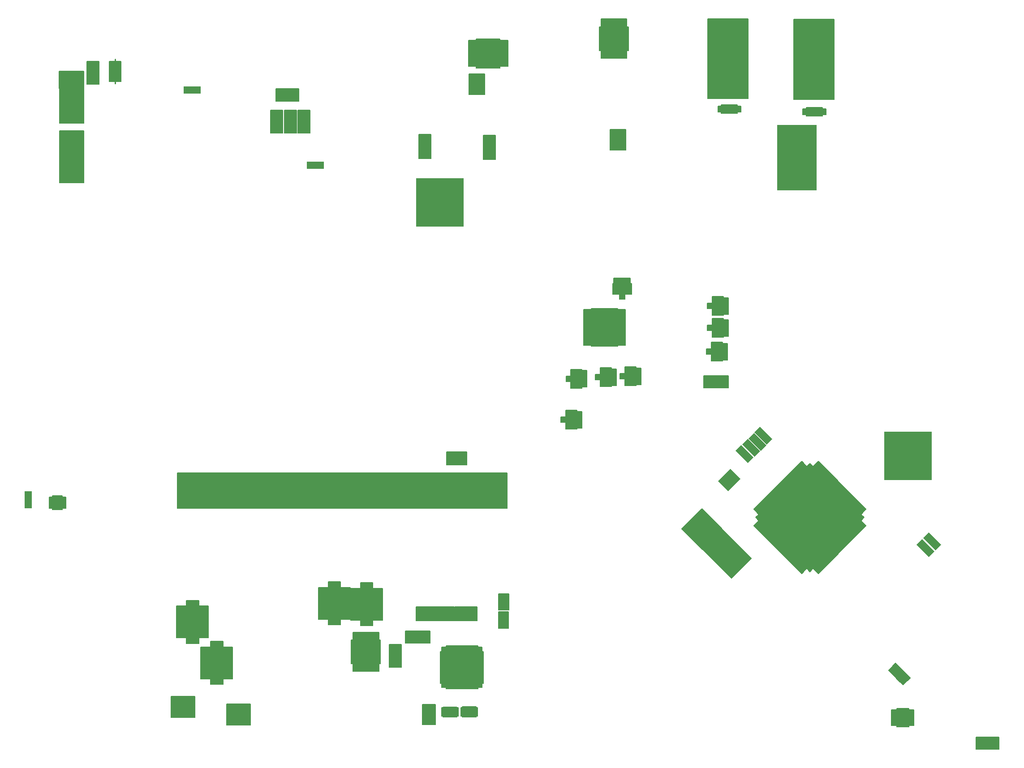
<source format=gbr>
%FSTAX23Y23*%
%MOIN*%
%SFA1B1*%

%IPPOS*%
%AMD316*
4,1,4,-0.065800,0.025500,0.025500,-0.065800,0.065800,-0.025500,-0.025500,0.065800,-0.065800,0.025500,0.0*
%
%AMD317*
4,1,4,0.025500,0.065800,-0.065800,-0.025500,-0.025500,-0.065800,0.065800,0.025500,0.025500,0.065800,0.0*
%
%ADD196C,0.006000*%
%ADD315R,0.057000X0.129000*%
G04~CAMADD=316~9~0.0~0.0~1290.0~570.0~0.0~0.0~0~0.0~0.0~0.0~0.0~0~0.0~0.0~0.0~0.0~0~0.0~0.0~0.0~135.0~1316.0~1315.0*
%ADD316D316*%
G04~CAMADD=317~9~0.0~0.0~1290.0~570.0~0.0~0.0~0~0.0~0.0~0.0~0.0~0~0.0~0.0~0.0~0.0~0~0.0~0.0~0.0~45.0~1316.0~1315.0*
%ADD317D317*%
%ADD318R,0.129000X0.057000*%
%ADD319R,0.295000X0.485000*%
%ADD320R,0.357000X0.361000*%
%LNsyncbox_mechanical_15-1*%
%LPD*%
G36*
X05226Y05813D02*
X05238D01*
Y05636*
X05226*
Y05579*
X05034*
Y05636*
X05021*
Y05813*
X05034*
Y05871*
X05226*
Y05813*
G37*
G36*
X04283Y0571D02*
X04341D01*
Y05519*
X04283*
Y05506*
X04106*
Y05519*
X04049*
Y0571*
X04106*
Y05723*
X04283*
Y0571*
G37*
G36*
X01422Y05555D02*
X01462D01*
Y05405*
X01422*
Y05387*
X01418*
Y05405*
X01377*
Y05555*
X01418*
Y05573*
X01422*
Y05555*
G37*
G36*
X013Y05385D02*
X01209D01*
Y05555*
X013*
Y05385*
G37*
G36*
X01185Y05356D02*
X01003D01*
Y05483*
X01185*
Y05356*
G37*
G36*
X0417Y05308D02*
X04053D01*
Y0546*
X0417*
Y05308*
G37*
G36*
X06129Y05278D02*
X0583D01*
Y05873*
X06129*
Y05278*
G37*
G36*
X06769Y05273D02*
X0647D01*
Y05868*
X06769*
Y05273*
G37*
G36*
X02787Y05259D02*
X02617D01*
Y0535*
X02787*
Y05259*
G37*
G36*
X01186Y05226D02*
X01004D01*
Y05353*
X01186*
Y05226*
G37*
G36*
X0605Y05221D02*
X06075D01*
Y05178*
X0605*
Y05169*
X05929*
Y05178*
X05904*
Y05221*
X05929*
Y0523*
X0605*
Y05221*
G37*
G36*
X06683Y05201D02*
X06708D01*
Y05158*
X06683*
Y05149*
X06562*
Y05158*
X06537*
Y05201*
X06562*
Y0521*
X06683*
Y05201*
G37*
G36*
X01187Y05096D02*
X01005D01*
Y05223*
X01187*
Y05096*
G37*
G36*
X0287Y0502D02*
X02779D01*
Y0519*
X0287*
Y0502*
G37*
G36*
X0277D02*
X02679D01*
Y0519*
X0277*
Y0502*
G37*
G36*
X02665D02*
X02574D01*
Y0519*
X02665*
Y0502*
G37*
G36*
X01186Y04911D02*
X01004D01*
Y05038*
X01186*
Y04911*
G37*
G36*
X05219Y04896D02*
X05102D01*
Y05048*
X05219*
Y04896*
G37*
G36*
X0377Y0483D02*
X0368D01*
Y05012*
X0377*
Y0483*
G37*
G36*
X0425Y04824D02*
X0416D01*
Y05006*
X0425*
Y04824*
G37*
G36*
X01186Y04781D02*
X01004D01*
Y04908*
X01186*
Y04781*
G37*
G36*
Y04651D02*
X01004D01*
Y04778*
X01186*
Y04651*
G37*
G36*
X05252Y03903D02*
X05261D01*
Y0382*
X05211*
Y03784*
X05171*
Y0382*
X05121*
Y03903*
X0513*
Y0394*
X05252*
Y03903*
G37*
G36*
X05946Y03796D02*
X05983D01*
Y03673*
X05946*
Y03665*
X05863*
Y03715*
X05827*
Y03755*
X05863*
Y03805*
X05946*
Y03796*
G37*
G36*
Y03631D02*
X05983D01*
Y03508*
X05946*
Y035*
X05863*
Y0355*
X05827*
Y0359*
X05863*
Y0364*
X05946*
Y03631*
G37*
G36*
X05158Y03707D02*
X05214D01*
Y03442*
X05158*
Y03435*
X04961*
Y03442*
X04906*
Y03707*
X04961*
Y03715*
X05158*
Y03707*
G37*
G36*
X05939Y03456D02*
X05976D01*
Y03333*
X05939*
Y03325*
X05856*
Y03375*
X0582*
Y03415*
X05856*
Y03465*
X05939*
Y03456*
G37*
G36*
X05296Y03271D02*
X05333D01*
Y03148*
X05296*
Y0314*
X05213*
Y0319*
X05177*
Y0323*
X05213*
Y0328*
X05296*
Y03271*
G37*
G36*
X05111Y03266D02*
X05148D01*
Y03143*
X05111*
Y03135*
X05028*
Y03185*
X04992*
Y03225*
X05028*
Y03275*
X05111*
Y03266*
G37*
G36*
X05981Y03124D02*
X05799D01*
Y03215*
X05981*
Y03124*
G37*
G36*
X04893Y03255D02*
X0493D01*
Y03132*
X04893*
Y03123*
X0481*
Y03173*
X04774*
Y03213*
X0481*
Y03263*
X04893*
Y03255*
G37*
G36*
X04856Y02948D02*
X04893D01*
Y02825*
X04856*
Y02817*
X04773*
Y02867*
X04737*
Y02907*
X04773*
Y02957*
X04856*
Y02948*
G37*
G36*
X04034Y0255D02*
X03885D01*
Y02649*
X04034*
Y0255*
G37*
G36*
X07007Y02221D02*
X06969Y02183D01*
X06993Y0216*
X06969Y02136*
X07007Y02098*
X06651Y01742*
X06613Y0178*
X0659Y01756*
X06566Y0178*
X06528Y01742*
X06172Y02098*
X0621Y02136*
X06186Y0216*
X0621Y02183*
X06172Y02221*
X06528Y02577*
X06566Y02539*
X0659Y02563*
X06613Y02539*
X06651Y02577*
X07007Y02221*
G37*
G36*
X04336Y02227D02*
X01883D01*
Y02491*
X04336*
Y02227*
G37*
G36*
X01027Y0231D02*
X01052D01*
Y02229*
X01027*
Y02217*
X00952*
Y02229*
X00928*
Y0231*
X00952*
Y02322*
X01027*
Y0231*
G37*
G36*
X06152Y01856D02*
X06004Y01707D01*
X05636Y02075*
X05785Y02224*
X06152Y01856*
G37*
G36*
X04348Y0147D02*
X04273D01*
Y01591*
X04348*
Y0147*
G37*
G36*
X03772Y01391D02*
X03717D01*
Y01494*
X03772*
Y01391*
G37*
G36*
X04112D02*
X04057D01*
Y01494*
X04112*
Y01391*
G37*
G36*
X04055D02*
X04D01*
Y01494*
X04055*
Y01391*
G37*
G36*
X03999D02*
X03944D01*
Y01494*
X03999*
Y01391*
G37*
G36*
X03942D02*
X03887D01*
Y01494*
X03942*
Y01391*
G37*
G36*
X03885D02*
X0383D01*
Y01494*
X03885*
Y01391*
G37*
G36*
X03828D02*
X03773D01*
Y01494*
X03828*
Y01391*
G37*
G36*
X03715D02*
X0366D01*
Y01494*
X03715*
Y01391*
G37*
G36*
X03096Y01638D02*
X03168D01*
Y01401*
X03096*
Y0136*
X03004*
Y01401*
X02931*
Y01638*
X03004*
Y0168*
X03096*
Y01638*
G37*
G36*
X03336Y01633D02*
X03408D01*
Y01396*
X03336*
Y01355*
X03244*
Y01396*
X03171*
Y01633*
X03244*
Y01675*
X03336*
Y01633*
G37*
G36*
X04347Y01336D02*
X04272D01*
Y01457*
X04347*
Y01336*
G37*
G36*
X03761Y01224D02*
X03579D01*
Y01315*
X03761*
Y01224*
G37*
G36*
X02041Y01501D02*
X02113D01*
Y01264*
X02041*
Y01222*
X01949*
Y01264*
X01876*
Y01501*
X01949*
Y01542*
X02041*
Y01501*
G37*
G36*
X0355Y01045D02*
X03459D01*
Y01215*
X0355*
Y01045*
G37*
G36*
X03381Y01248D02*
X03393D01*
Y01071*
X03381*
Y01014*
X03189*
Y01071*
X03176*
Y01248*
X03189*
Y01306*
X03381*
Y01248*
G37*
G36*
X02221Y01196D02*
X02293D01*
Y00959*
X02221*
Y00917*
X02129*
Y00959*
X02056*
Y01196*
X02129*
Y01237*
X02221*
Y01196*
G37*
G36*
X07248Y01053D02*
X07249Y01053D01*
X07313Y00989*
X07313Y00988*
X07335Y00966*
X07283Y00914*
X07261Y00936*
X0726Y00936*
X07196Y01*
X07196Y01001*
X07174Y01023*
X07226Y01075*
X07248Y01053*
G37*
G36*
X04118Y01195D02*
X0415D01*
Y01163*
X0416*
Y00926*
X0415*
Y00895*
X04118*
Y00885*
X03881*
Y00895*
X0385*
Y00926*
X0384*
Y01163*
X0385*
Y01195*
X03881*
Y01205*
X04118*
Y01195*
G37*
G36*
X04105Y00745D02*
X04115D01*
Y00682*
X04105*
Y00676*
X04003*
Y00682*
X03993*
Y00745*
X04003*
Y0075*
X04105*
Y00745*
G37*
G36*
X03961Y00744D02*
X03971D01*
Y00681*
X03961*
Y00676*
X03858*
Y00681*
X03848*
Y00744*
X03858*
Y00749*
X03961*
Y00744*
G37*
G36*
X02013Y00673D02*
X01835D01*
Y00829*
X02013*
Y00673*
G37*
G36*
X03803Y00618D02*
X03704D01*
Y00767*
X03803*
Y00618*
G37*
G36*
X02426Y00614D02*
X02248D01*
Y0077*
X02426*
Y00614*
G37*
G36*
X07324Y00728D02*
X07363D01*
Y00611*
X07324*
Y00601*
X07235*
Y00611*
X07197*
Y00728*
X07235*
Y00739*
X07324*
Y00728*
G37*
G36*
X07997Y00434D02*
X07827D01*
Y00525*
X07997*
Y00434*
G37*
G54D196*
X01883Y02227D02*
Y02491D01*
Y02227D02*
X04336D01*
Y02491*
X01883D02*
X04336D01*
X04272Y01336D02*
X04347D01*
X04272D02*
Y01457D01*
X04347*
Y01336D02*
Y01457D01*
X04273Y0147D02*
X04348D01*
X04273D02*
Y01591D01*
X04348*
Y0147D02*
Y01591D01*
X0385Y00895D02*
Y00926D01*
X0384D02*
X0385D01*
X0384D02*
Y01163D01*
X0385*
Y01195*
X03881*
Y01205*
X04118*
Y01195D02*
Y01205D01*
Y01195D02*
X0415D01*
Y01163D02*
Y01195D01*
Y01163D02*
X0416D01*
Y00926D02*
Y01163D01*
X0415Y00926D02*
X0416D01*
X0415Y00895D02*
Y00926D01*
X04118Y00895D02*
X0415D01*
X04118Y00885D02*
Y00895D01*
X03881Y00885D02*
X04118D01*
X03881D02*
Y00895D01*
X0385D02*
X03881D01*
X06566Y0178D02*
X0659Y01756D01*
X06528Y01742D02*
X06566Y0178D01*
X06172Y02098D02*
X06528Y01742D01*
X06172Y02098D02*
X0621Y02136D01*
X06186Y0216D02*
X0621Y02136D01*
X06969Y02183D02*
X06993Y0216D01*
X06969Y02183D02*
X07007Y02221D01*
X06651Y02577D02*
X07007Y02221D01*
X06613Y02539D02*
X06651Y02577D01*
X0659Y02563D02*
X06613Y02539D01*
X06969Y02136D02*
X06993Y0216D01*
X06969Y02136D02*
X07007Y02098D01*
X06651Y01742D02*
X07007Y02098D01*
X06613Y0178D02*
X06651Y01742D01*
X0659Y01756D02*
X06613Y0178D01*
X06566Y02539D02*
X0659Y02563D01*
X06528Y02577D02*
X06566Y02539D01*
X06172Y02221D02*
X06528Y02577D01*
X06172Y02221D02*
X0621Y02183D01*
X06186Y0216D02*
X0621Y02183D01*
X03803Y00618D02*
Y00767D01*
X03704D02*
X03803D01*
X03704Y00618D02*
Y00767D01*
Y00618D02*
X03803D01*
X03885Y02649D02*
X04034D01*
X03885Y0255D02*
Y02649D01*
Y0255D02*
X04034D01*
Y02649*
X03579Y01224D02*
X03761D01*
Y01315*
X03579D02*
X03761D01*
X03579Y01224D02*
Y01315D01*
X05799Y03124D02*
X05981D01*
Y03215*
X05799D02*
X05981D01*
X05799Y03124D02*
Y03215D01*
X04049Y0571D02*
X04106D01*
Y05723*
X04283*
Y0571D02*
Y05723D01*
Y0571D02*
X04341D01*
Y05519D02*
Y0571D01*
X04283Y05519D02*
X04341D01*
X04283Y05506D02*
Y05519D01*
X04106Y05506D02*
X04283D01*
X04106D02*
Y05519D01*
X04049D02*
X04106D01*
X04049D02*
Y0571D01*
X01418Y05573D02*
X01422D01*
Y05555D02*
Y05573D01*
Y05387D02*
Y05405D01*
X01418Y05387D02*
X01422D01*
X01418D02*
Y05405D01*
Y05555D02*
Y05573D01*
X01422Y05555D02*
X01462D01*
Y05405D02*
Y05555D01*
X01422Y05405D02*
X01462D01*
X01377D02*
X01418D01*
X01377D02*
Y05555D01*
X01418*
X04053Y05308D02*
Y0546D01*
X0417*
Y05308D02*
Y0546D01*
X04053Y05308D02*
X0417D01*
X05219Y04896D02*
Y05048D01*
X05102Y04896D02*
X05219D01*
X05102D02*
Y05048D01*
X05219*
X06075Y05178D02*
Y05221D01*
X0605Y05178D02*
X06075D01*
X05904D02*
X05929D01*
X05904D02*
Y05221D01*
X05929*
X0605D02*
X06075D01*
X0605D02*
Y0523D01*
Y05169D02*
Y05178D01*
X05929Y05169D02*
X0605D01*
X05929D02*
Y05178D01*
Y05221D02*
Y0523D01*
X0605*
X06708Y05158D02*
Y05201D01*
X06683Y05158D02*
X06708D01*
X06537D02*
X06562D01*
X06537D02*
Y05201D01*
X06562*
X06683D02*
X06708D01*
X06683D02*
Y0521D01*
Y05149D02*
Y05158D01*
X06562Y05149D02*
X06683D01*
X06562D02*
Y05158D01*
Y05201D02*
Y0521D01*
X06683*
X07827Y00434D02*
Y00525D01*
X07997*
Y00434D02*
Y00525D01*
X07827Y00434D02*
X07997D01*
X01209Y05385D02*
X013D01*
X01209D02*
Y05555D01*
X013*
Y05385D02*
Y05555D01*
X02574Y0502D02*
X02665D01*
X02574D02*
Y0519D01*
X02665*
Y0502D02*
Y0519D01*
X02679Y0502D02*
X0277D01*
X02679D02*
Y0519D01*
X0277*
Y0502D02*
Y0519D01*
X02779Y0502D02*
X0287D01*
X02779D02*
Y0519D01*
X0287*
Y0502D02*
Y0519D01*
X02617Y05259D02*
Y0535D01*
X02787*
Y05259D02*
Y0535D01*
X02617Y05259D02*
X02787D01*
X03459Y01045D02*
X0355D01*
X03459D02*
Y01215D01*
X0355*
Y01045D02*
Y01215D01*
X04057Y01391D02*
X04112D01*
X04057D02*
Y01494D01*
X04112*
Y01391D02*
Y01494D01*
X04Y01391D02*
X04055D01*
X04D02*
Y01494D01*
X04055*
Y01391D02*
Y01494D01*
X03944Y01391D02*
X03999D01*
X03944D02*
Y01494D01*
X03999*
Y01391D02*
Y01494D01*
X03887Y01391D02*
X03942D01*
X03887D02*
Y01494D01*
X03942*
Y01391D02*
Y01494D01*
X0383Y01391D02*
X03885D01*
X0383D02*
Y01494D01*
X03885*
Y01391D02*
Y01494D01*
X03773Y01391D02*
X03828D01*
X03773D02*
Y01494D01*
X03828*
Y01391D02*
Y01494D01*
X03717Y01391D02*
X03772D01*
X03717D02*
Y01494D01*
X03772*
Y01391D02*
Y01494D01*
X0366Y01391D02*
X03715D01*
X0366D02*
Y01494D01*
X03715*
Y01391D02*
Y01494D01*
X07197Y00611D02*
X07235D01*
Y00601D02*
Y00611D01*
Y00601D02*
X07324D01*
Y00611*
X07363*
Y00728*
X07324D02*
X07363D01*
X07324D02*
Y00739D01*
X07235D02*
X07324D01*
X07235Y00728D02*
Y00739D01*
X07197Y00728D02*
X07235D01*
X07197Y00611D02*
Y00728D01*
X02248Y00614D02*
X02426D01*
X02248D02*
Y0077D01*
X02426*
Y00614D02*
Y0077D01*
X01835Y00673D02*
X02013D01*
Y00829*
X01835D02*
X02013D01*
X01835Y00673D02*
Y00829D01*
X03408Y01396D02*
Y01633D01*
X03336D02*
X03408D01*
X03171D02*
X03244D01*
X03171Y01396D02*
Y01633D01*
Y01396D02*
X03244D01*
X03336D02*
X03408D01*
X03336Y01355D02*
Y01396D01*
Y01633D02*
Y01675D01*
X03244D02*
X03336D01*
X03244Y01633D02*
Y01675D01*
Y01355D02*
Y01396D01*
Y01355D02*
X03336D01*
X03168Y01401D02*
Y01638D01*
X03096D02*
X03168D01*
X02931D02*
X03004D01*
X02931Y01401D02*
Y01638D01*
Y01401D02*
X03004D01*
X03096D02*
X03168D01*
X03096Y0136D02*
Y01401D01*
Y01638D02*
Y0168D01*
X03004D02*
X03096D01*
X03004Y01638D02*
Y0168D01*
Y0136D02*
Y01401D01*
Y0136D02*
X03096D01*
X02113Y01264D02*
Y01501D01*
X02041D02*
X02113D01*
X01876D02*
X01949D01*
X01876Y01264D02*
Y01501D01*
Y01264D02*
X01949D01*
X02041D02*
X02113D01*
X02041Y01222D02*
Y01264D01*
Y01501D02*
Y01542D01*
X01949D02*
X02041D01*
X01949Y01501D02*
Y01542D01*
Y01222D02*
Y01264D01*
Y01222D02*
X02041D01*
X02293Y00959D02*
Y01196D01*
X02221D02*
X02293D01*
X02056D02*
X02129D01*
X02056Y00959D02*
Y01196D01*
Y00959D02*
X02129D01*
X02221D02*
X02293D01*
X02221Y00917D02*
Y00959D01*
Y01196D02*
Y01237D01*
X02129D02*
X02221D01*
X02129Y01196D02*
Y01237D01*
Y00917D02*
Y00959D01*
Y00917D02*
X02221D01*
X06004Y01707D02*
X06152Y01856D01*
X05785Y02224D02*
X06152Y01856D01*
X05636Y02075D02*
X05785Y02224D01*
X05636Y02075D02*
X06004Y01707D01*
X04773Y02817D02*
X04856D01*
X04773D02*
Y02867D01*
X04737D02*
X04773D01*
X04737D02*
Y02907D01*
X04773*
Y02957*
X04856*
Y02948D02*
Y02957D01*
Y02817D02*
Y02825D01*
Y02948D02*
X04893D01*
X04856Y02825D02*
X04893D01*
Y02948*
X05028Y03135D02*
X05111D01*
X05028D02*
Y03185D01*
X04992D02*
X05028D01*
X04992D02*
Y03225D01*
X05028*
Y03275*
X05111*
Y03266D02*
Y03275D01*
Y03135D02*
Y03143D01*
Y03266D02*
X05148D01*
X05111Y03143D02*
X05148D01*
Y03266*
X0481Y03123D02*
X04893D01*
X0481D02*
Y03173D01*
X04774D02*
X0481D01*
X04774D02*
Y03213D01*
X0481*
Y03263*
X04893*
Y03255D02*
Y03263D01*
Y03123D02*
Y03132D01*
Y03255D02*
X0493D01*
X04893Y03132D02*
X0493D01*
Y03255*
X05856Y03325D02*
X05939D01*
X05856D02*
Y03375D01*
X0582D02*
X05856D01*
X0582D02*
Y03415D01*
X05856*
Y03465*
X05939*
Y03456D02*
Y03465D01*
Y03325D02*
Y03333D01*
Y03456D02*
X05976D01*
X05939Y03333D02*
X05976D01*
Y03456*
X05863Y035D02*
X05946D01*
X05863D02*
Y0355D01*
X05827D02*
X05863D01*
X05827D02*
Y0359D01*
X05863*
Y0364*
X05946*
Y03631D02*
Y0364D01*
Y035D02*
Y03508D01*
Y03631D02*
X05983D01*
X05946Y03508D02*
X05983D01*
Y03631*
X05863Y03665D02*
X05946D01*
X05863D02*
Y03715D01*
X05827D02*
X05863D01*
X05827D02*
Y03755D01*
X05863*
Y03805*
X05946*
Y03796D02*
Y03805D01*
Y03665D02*
Y03673D01*
Y03796D02*
X05983D01*
X05946Y03673D02*
X05983D01*
Y03796*
X05261Y0382D02*
Y03903D01*
X05211Y0382D02*
X05261D01*
X05211Y03784D02*
Y0382D01*
X05171Y03784D02*
X05211D01*
X05171D02*
Y0382D01*
X05121D02*
X05171D01*
X05121D02*
Y03903D01*
X0513*
X05252D02*
X05261D01*
X0513D02*
Y0394D01*
X05252Y03903D02*
Y0394D01*
X0513D02*
X05252D01*
X05213Y0314D02*
X05296D01*
X05213D02*
Y0319D01*
X05177D02*
X05213D01*
X05177D02*
Y0323D01*
X05213*
Y0328*
X05296*
Y03271D02*
Y0328D01*
Y0314D02*
Y03148D01*
Y03271D02*
X05333D01*
X05296Y03148D02*
X05333D01*
Y03271*
X07196Y01D02*
X0726Y00936D01*
X07261Y00936*
X07313Y00988D02*
X07313Y00989D01*
X07249Y01053D02*
X07313Y00989D01*
X07248Y01053D02*
X07249Y01053D01*
X07196Y01D02*
X07196Y01001D01*
X07174Y01023D02*
X07196Y01001D01*
X07261Y00936D02*
X07283Y00914D01*
X07335Y00966*
X07313Y00988D02*
X07335Y00966D01*
X07226Y01075D02*
X07248Y01053D01*
X07174Y01023D02*
X07226Y01075D01*
X01003Y05356D02*
X01185D01*
Y05483*
X01003D02*
X01185D01*
X01003Y05356D02*
Y05483D01*
X01004Y05226D02*
X01186D01*
Y05353*
X01004D02*
X01186D01*
X01004Y05226D02*
Y05353D01*
X01005Y05096D02*
X01187D01*
Y05223*
X01005D02*
X01187D01*
X01005Y05096D02*
Y05223D01*
X01004Y04651D02*
X01186D01*
Y04778*
X01004D02*
X01186D01*
X01004Y04651D02*
Y04778D01*
Y04781D02*
X01186D01*
Y04908*
X01004D02*
X01186D01*
X01004Y04781D02*
Y04908D01*
Y04911D02*
X01186D01*
Y05038*
X01004D02*
X01186D01*
X01004Y04911D02*
Y05038D01*
X0583Y05873D02*
X06129D01*
X0583Y05278D02*
Y05873D01*
Y05278D02*
X06129D01*
Y05873*
X0647Y05868D02*
X06769D01*
X0647Y05273D02*
Y05868D01*
Y05273D02*
X06769D01*
Y05868*
X03993Y00682D02*
Y00745D01*
Y00682D02*
X04003D01*
X04105D02*
X04115D01*
Y00745*
X04105D02*
X04115D01*
X03993D02*
X04003D01*
Y0075*
Y00676D02*
Y00682D01*
Y00676D02*
X04105D01*
Y00682*
Y00745D02*
Y0075D01*
X04003D02*
X04105D01*
X03971Y00681D02*
Y00744D01*
X03961D02*
X03971D01*
X03848D02*
X03858D01*
X03848Y00681D02*
Y00744D01*
Y00681D02*
X03858D01*
X03961D02*
X03971D01*
X03961Y00676D02*
Y00681D01*
Y00744D02*
Y00749D01*
X03858D02*
X03961D01*
X03858Y00744D02*
Y00749D01*
Y00676D02*
Y00681D01*
Y00676D02*
X03961D01*
X04906Y03442D02*
Y03707D01*
X04961*
Y03715*
X05158*
Y03707D02*
Y03715D01*
Y03707D02*
X05214D01*
Y03442D02*
Y03707D01*
X05158Y03442D02*
X05214D01*
X05158Y03435D02*
Y03442D01*
X04961Y03435D02*
X05158D01*
X04961D02*
Y03442D01*
X04906D02*
X04961D01*
X01027Y0231D02*
Y02322D01*
Y0231D02*
X01052D01*
Y02229D02*
Y0231D01*
X01027Y02229D02*
X01052D01*
X01027Y02217D02*
Y02229D01*
X00952Y02217D02*
X01027D01*
X00952D02*
Y02229D01*
X00928D02*
X00952D01*
X00928D02*
Y0231D01*
X00952*
Y02322*
X01027*
X05034Y05579D02*
X05226D01*
X05034D02*
Y05636D01*
X05021D02*
X05034D01*
X05021D02*
Y05813D01*
X05034*
Y05871*
X05226*
Y05813D02*
Y05871D01*
Y05813D02*
X05238D01*
Y05636D02*
Y05813D01*
X05226Y05636D02*
X05238D01*
X05226Y05579D02*
Y05636D01*
X03189Y01306D02*
X03381D01*
X03189Y01248D02*
Y01306D01*
X03176Y01248D02*
X03189D01*
X03176Y01071D02*
Y01248D01*
Y01071D02*
X03189D01*
Y01014D02*
Y01071D01*
Y01014D02*
X03381D01*
Y01071*
X03393*
Y01248*
X03381D02*
X03393D01*
X03381D02*
Y01306D01*
X0377Y0483D02*
Y05012D01*
X0368D02*
X0377D01*
X0368Y0483D02*
Y05012D01*
Y0483D02*
X0377D01*
X0425Y04824D02*
Y05006D01*
X0416D02*
X0425D01*
X0416Y04824D02*
Y05006D01*
Y04824D02*
X0425D01*
G54D315*
X00772Y02293D03*
G54D316*
X06103Y02632D03*
X06151Y02679D03*
X06243Y02767D03*
X06198Y02722D03*
X07449Y0193D03*
X075Y01981D03*
G54D317*
X05972Y02456D03*
X06004Y02423D03*
G54D318*
X0291Y0478D03*
X01991Y0534D03*
G54D319*
X06492Y04837D03*
G54D320*
X07319Y02617D03*
X03835Y04504D03*
M02*
</source>
